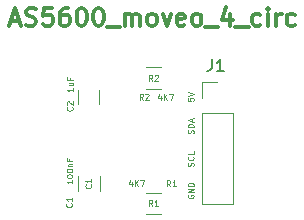
<source format=gbr>
G04 #@! TF.GenerationSoftware,KiCad,Pcbnew,5.0.2-bee76a0~70~ubuntu18.04.1*
G04 #@! TF.CreationDate,2018-11-28T18:49:55+01:00*
G04 #@! TF.ProjectId,AS5600_moveo_4_circ,41533536-3030-45f6-9d6f-76656f5f345f,rev?*
G04 #@! TF.SameCoordinates,Original*
G04 #@! TF.FileFunction,Legend,Top*
G04 #@! TF.FilePolarity,Positive*
%FSLAX46Y46*%
G04 Gerber Fmt 4.6, Leading zero omitted, Abs format (unit mm)*
G04 Created by KiCad (PCBNEW 5.0.2-bee76a0~70~ubuntu18.04.1) date mié 28 nov 2018 18:49:55 CET*
%MOMM*%
%LPD*%
G01*
G04 APERTURE LIST*
%ADD10C,0.300000*%
%ADD11C,0.100000*%
%ADD12C,0.120000*%
%ADD13C,0.150000*%
G04 APERTURE END LIST*
D10*
X135779585Y-74341800D02*
X136493871Y-74341800D01*
X135636728Y-74770371D02*
X136136728Y-73270371D01*
X136636728Y-74770371D01*
X137065300Y-74698942D02*
X137279585Y-74770371D01*
X137636728Y-74770371D01*
X137779585Y-74698942D01*
X137851014Y-74627514D01*
X137922442Y-74484657D01*
X137922442Y-74341800D01*
X137851014Y-74198942D01*
X137779585Y-74127514D01*
X137636728Y-74056085D01*
X137351014Y-73984657D01*
X137208157Y-73913228D01*
X137136728Y-73841800D01*
X137065300Y-73698942D01*
X137065300Y-73556085D01*
X137136728Y-73413228D01*
X137208157Y-73341800D01*
X137351014Y-73270371D01*
X137708157Y-73270371D01*
X137922442Y-73341800D01*
X139279585Y-73270371D02*
X138565300Y-73270371D01*
X138493871Y-73984657D01*
X138565300Y-73913228D01*
X138708157Y-73841800D01*
X139065300Y-73841800D01*
X139208157Y-73913228D01*
X139279585Y-73984657D01*
X139351014Y-74127514D01*
X139351014Y-74484657D01*
X139279585Y-74627514D01*
X139208157Y-74698942D01*
X139065300Y-74770371D01*
X138708157Y-74770371D01*
X138565300Y-74698942D01*
X138493871Y-74627514D01*
X140636728Y-73270371D02*
X140351014Y-73270371D01*
X140208157Y-73341800D01*
X140136728Y-73413228D01*
X139993871Y-73627514D01*
X139922442Y-73913228D01*
X139922442Y-74484657D01*
X139993871Y-74627514D01*
X140065300Y-74698942D01*
X140208157Y-74770371D01*
X140493871Y-74770371D01*
X140636728Y-74698942D01*
X140708157Y-74627514D01*
X140779585Y-74484657D01*
X140779585Y-74127514D01*
X140708157Y-73984657D01*
X140636728Y-73913228D01*
X140493871Y-73841800D01*
X140208157Y-73841800D01*
X140065300Y-73913228D01*
X139993871Y-73984657D01*
X139922442Y-74127514D01*
X141708157Y-73270371D02*
X141851014Y-73270371D01*
X141993871Y-73341800D01*
X142065300Y-73413228D01*
X142136728Y-73556085D01*
X142208157Y-73841800D01*
X142208157Y-74198942D01*
X142136728Y-74484657D01*
X142065300Y-74627514D01*
X141993871Y-74698942D01*
X141851014Y-74770371D01*
X141708157Y-74770371D01*
X141565300Y-74698942D01*
X141493871Y-74627514D01*
X141422442Y-74484657D01*
X141351014Y-74198942D01*
X141351014Y-73841800D01*
X141422442Y-73556085D01*
X141493871Y-73413228D01*
X141565300Y-73341800D01*
X141708157Y-73270371D01*
X143136728Y-73270371D02*
X143279585Y-73270371D01*
X143422442Y-73341800D01*
X143493871Y-73413228D01*
X143565300Y-73556085D01*
X143636728Y-73841800D01*
X143636728Y-74198942D01*
X143565300Y-74484657D01*
X143493871Y-74627514D01*
X143422442Y-74698942D01*
X143279585Y-74770371D01*
X143136728Y-74770371D01*
X142993871Y-74698942D01*
X142922442Y-74627514D01*
X142851014Y-74484657D01*
X142779585Y-74198942D01*
X142779585Y-73841800D01*
X142851014Y-73556085D01*
X142922442Y-73413228D01*
X142993871Y-73341800D01*
X143136728Y-73270371D01*
X143922442Y-74913228D02*
X145065300Y-74913228D01*
X145422442Y-74770371D02*
X145422442Y-73770371D01*
X145422442Y-73913228D02*
X145493871Y-73841800D01*
X145636728Y-73770371D01*
X145851014Y-73770371D01*
X145993871Y-73841800D01*
X146065300Y-73984657D01*
X146065300Y-74770371D01*
X146065300Y-73984657D02*
X146136728Y-73841800D01*
X146279585Y-73770371D01*
X146493871Y-73770371D01*
X146636728Y-73841800D01*
X146708157Y-73984657D01*
X146708157Y-74770371D01*
X147636728Y-74770371D02*
X147493871Y-74698942D01*
X147422442Y-74627514D01*
X147351014Y-74484657D01*
X147351014Y-74056085D01*
X147422442Y-73913228D01*
X147493871Y-73841800D01*
X147636728Y-73770371D01*
X147851014Y-73770371D01*
X147993871Y-73841800D01*
X148065300Y-73913228D01*
X148136728Y-74056085D01*
X148136728Y-74484657D01*
X148065300Y-74627514D01*
X147993871Y-74698942D01*
X147851014Y-74770371D01*
X147636728Y-74770371D01*
X148636728Y-73770371D02*
X148993871Y-74770371D01*
X149351014Y-73770371D01*
X150493871Y-74698942D02*
X150351014Y-74770371D01*
X150065300Y-74770371D01*
X149922442Y-74698942D01*
X149851014Y-74556085D01*
X149851014Y-73984657D01*
X149922442Y-73841800D01*
X150065300Y-73770371D01*
X150351014Y-73770371D01*
X150493871Y-73841800D01*
X150565300Y-73984657D01*
X150565300Y-74127514D01*
X149851014Y-74270371D01*
X151422442Y-74770371D02*
X151279585Y-74698942D01*
X151208157Y-74627514D01*
X151136728Y-74484657D01*
X151136728Y-74056085D01*
X151208157Y-73913228D01*
X151279585Y-73841800D01*
X151422442Y-73770371D01*
X151636728Y-73770371D01*
X151779585Y-73841800D01*
X151851014Y-73913228D01*
X151922442Y-74056085D01*
X151922442Y-74484657D01*
X151851014Y-74627514D01*
X151779585Y-74698942D01*
X151636728Y-74770371D01*
X151422442Y-74770371D01*
X152208157Y-74913228D02*
X153351014Y-74913228D01*
X154351014Y-73770371D02*
X154351014Y-74770371D01*
X153993871Y-73198942D02*
X153636728Y-74270371D01*
X154565300Y-74270371D01*
X154779585Y-74913228D02*
X155922442Y-74913228D01*
X156922442Y-74698942D02*
X156779585Y-74770371D01*
X156493871Y-74770371D01*
X156351014Y-74698942D01*
X156279585Y-74627514D01*
X156208157Y-74484657D01*
X156208157Y-74056085D01*
X156279585Y-73913228D01*
X156351014Y-73841800D01*
X156493871Y-73770371D01*
X156779585Y-73770371D01*
X156922442Y-73841800D01*
X157565300Y-74770371D02*
X157565300Y-73770371D01*
X157565300Y-73270371D02*
X157493871Y-73341800D01*
X157565300Y-73413228D01*
X157636728Y-73341800D01*
X157565300Y-73270371D01*
X157565300Y-73413228D01*
X158279585Y-74770371D02*
X158279585Y-73770371D01*
X158279585Y-74056085D02*
X158351014Y-73913228D01*
X158422442Y-73841800D01*
X158565300Y-73770371D01*
X158708157Y-73770371D01*
X159851014Y-74698942D02*
X159708157Y-74770371D01*
X159422442Y-74770371D01*
X159279585Y-74698942D01*
X159208157Y-74627514D01*
X159136728Y-74484657D01*
X159136728Y-74056085D01*
X159208157Y-73913228D01*
X159279585Y-73841800D01*
X159422442Y-73770371D01*
X159708157Y-73770371D01*
X159851014Y-73841800D01*
D11*
X151256180Y-83893742D02*
X151279990Y-83822314D01*
X151279990Y-83703266D01*
X151256180Y-83655647D01*
X151232371Y-83631838D01*
X151184752Y-83608028D01*
X151137133Y-83608028D01*
X151089514Y-83631838D01*
X151065704Y-83655647D01*
X151041895Y-83703266D01*
X151018085Y-83798504D01*
X150994276Y-83846123D01*
X150970466Y-83869933D01*
X150922847Y-83893742D01*
X150875228Y-83893742D01*
X150827609Y-83869933D01*
X150803800Y-83846123D01*
X150779990Y-83798504D01*
X150779990Y-83679457D01*
X150803800Y-83608028D01*
X151279990Y-83393742D02*
X150779990Y-83393742D01*
X150779990Y-83274695D01*
X150803800Y-83203266D01*
X150851419Y-83155647D01*
X150899038Y-83131838D01*
X150994276Y-83108028D01*
X151065704Y-83108028D01*
X151160942Y-83131838D01*
X151208561Y-83155647D01*
X151256180Y-83203266D01*
X151279990Y-83274695D01*
X151279990Y-83393742D01*
X151137133Y-82917552D02*
X151137133Y-82679457D01*
X151279990Y-82965171D02*
X150779990Y-82798504D01*
X151279990Y-82631838D01*
X151256180Y-86650438D02*
X151279990Y-86579009D01*
X151279990Y-86459961D01*
X151256180Y-86412342D01*
X151232371Y-86388533D01*
X151184752Y-86364723D01*
X151137133Y-86364723D01*
X151089514Y-86388533D01*
X151065704Y-86412342D01*
X151041895Y-86459961D01*
X151018085Y-86555200D01*
X150994276Y-86602819D01*
X150970466Y-86626628D01*
X150922847Y-86650438D01*
X150875228Y-86650438D01*
X150827609Y-86626628D01*
X150803800Y-86602819D01*
X150779990Y-86555200D01*
X150779990Y-86436152D01*
X150803800Y-86364723D01*
X151232371Y-85864723D02*
X151256180Y-85888533D01*
X151279990Y-85959961D01*
X151279990Y-86007580D01*
X151256180Y-86079009D01*
X151208561Y-86126628D01*
X151160942Y-86150438D01*
X151065704Y-86174247D01*
X150994276Y-86174247D01*
X150899038Y-86150438D01*
X150851419Y-86126628D01*
X150803800Y-86079009D01*
X150779990Y-86007580D01*
X150779990Y-85959961D01*
X150803800Y-85888533D01*
X150827609Y-85864723D01*
X151279990Y-85412342D02*
X151279990Y-85650438D01*
X150779990Y-85650438D01*
X150803800Y-89103152D02*
X150779990Y-89150771D01*
X150779990Y-89222200D01*
X150803800Y-89293628D01*
X150851419Y-89341247D01*
X150899038Y-89365057D01*
X150994276Y-89388866D01*
X151065704Y-89388866D01*
X151160942Y-89365057D01*
X151208561Y-89341247D01*
X151256180Y-89293628D01*
X151279990Y-89222200D01*
X151279990Y-89174580D01*
X151256180Y-89103152D01*
X151232371Y-89079342D01*
X151065704Y-89079342D01*
X151065704Y-89174580D01*
X151279990Y-88865057D02*
X150779990Y-88865057D01*
X151279990Y-88579342D01*
X150779990Y-88579342D01*
X151279990Y-88341247D02*
X150779990Y-88341247D01*
X150779990Y-88222200D01*
X150803800Y-88150771D01*
X150851419Y-88103152D01*
X150899038Y-88079342D01*
X150994276Y-88055533D01*
X151065704Y-88055533D01*
X151160942Y-88079342D01*
X151208561Y-88103152D01*
X151256180Y-88150771D01*
X151279990Y-88222200D01*
X151279990Y-88341247D01*
X150779990Y-80892638D02*
X150779990Y-81130733D01*
X151018085Y-81154542D01*
X150994276Y-81130733D01*
X150970466Y-81083114D01*
X150970466Y-80964066D01*
X150994276Y-80916447D01*
X151018085Y-80892638D01*
X151065704Y-80868828D01*
X151184752Y-80868828D01*
X151232371Y-80892638D01*
X151256180Y-80916447D01*
X151279990Y-80964066D01*
X151279990Y-81083114D01*
X151256180Y-81130733D01*
X151232371Y-81154542D01*
X150779990Y-80725971D02*
X151279990Y-80559304D01*
X150779990Y-80392638D01*
D12*
G04 #@! TO.C,C1*
X141507800Y-87539036D02*
X141507800Y-88743164D01*
X143327800Y-87539036D02*
X143327800Y-88743164D01*
G04 #@! TO.C,C2*
X143289700Y-81439164D02*
X143289700Y-80235036D01*
X141469700Y-81439164D02*
X141469700Y-80235036D01*
G04 #@! TO.C,J1*
X151946300Y-89836300D02*
X154606300Y-89836300D01*
X151946300Y-82156300D02*
X151946300Y-89836300D01*
X154606300Y-82156300D02*
X154606300Y-89836300D01*
X151946300Y-82156300D02*
X154606300Y-82156300D01*
X151946300Y-80886300D02*
X151946300Y-79556300D01*
X151946300Y-79556300D02*
X153276300Y-79556300D01*
G04 #@! TO.C,R1*
X147264036Y-90724400D02*
X148468164Y-90724400D01*
X147264036Y-88904400D02*
X148468164Y-88904400D01*
G04 #@! TO.C,R2*
X148468164Y-78312600D02*
X147264036Y-78312600D01*
X148468164Y-80132600D02*
X147264036Y-80132600D01*
G04 #@! TO.C,C1*
D11*
X142558271Y-88221333D02*
X142582080Y-88245142D01*
X142605890Y-88316571D01*
X142605890Y-88364190D01*
X142582080Y-88435619D01*
X142534461Y-88483238D01*
X142486842Y-88507047D01*
X142391604Y-88530857D01*
X142320176Y-88530857D01*
X142224938Y-88507047D01*
X142177319Y-88483238D01*
X142129700Y-88435619D01*
X142105890Y-88364190D01*
X142105890Y-88316571D01*
X142129700Y-88245142D01*
X142153509Y-88221333D01*
X142605890Y-87745142D02*
X142605890Y-88030857D01*
X142605890Y-87888000D02*
X142105890Y-87888000D01*
X142177319Y-87935619D01*
X142224938Y-87983238D01*
X142248747Y-88030857D01*
X141005690Y-87845009D02*
X141005690Y-88130723D01*
X141005690Y-87987866D02*
X140505690Y-87987866D01*
X140577119Y-88035485D01*
X140624738Y-88083104D01*
X140648547Y-88130723D01*
X140505690Y-87535485D02*
X140505690Y-87487866D01*
X140529500Y-87440247D01*
X140553309Y-87416438D01*
X140600928Y-87392628D01*
X140696166Y-87368819D01*
X140815214Y-87368819D01*
X140910452Y-87392628D01*
X140958071Y-87416438D01*
X140981880Y-87440247D01*
X141005690Y-87487866D01*
X141005690Y-87535485D01*
X140981880Y-87583104D01*
X140958071Y-87606914D01*
X140910452Y-87630723D01*
X140815214Y-87654533D01*
X140696166Y-87654533D01*
X140600928Y-87630723D01*
X140553309Y-87606914D01*
X140529500Y-87583104D01*
X140505690Y-87535485D01*
X140505690Y-87059295D02*
X140505690Y-87011676D01*
X140529500Y-86964057D01*
X140553309Y-86940247D01*
X140600928Y-86916438D01*
X140696166Y-86892628D01*
X140815214Y-86892628D01*
X140910452Y-86916438D01*
X140958071Y-86940247D01*
X140981880Y-86964057D01*
X141005690Y-87011676D01*
X141005690Y-87059295D01*
X140981880Y-87106914D01*
X140958071Y-87130723D01*
X140910452Y-87154533D01*
X140815214Y-87178342D01*
X140696166Y-87178342D01*
X140600928Y-87154533D01*
X140553309Y-87130723D01*
X140529500Y-87106914D01*
X140505690Y-87059295D01*
X140672357Y-86678342D02*
X141005690Y-86678342D01*
X140719976Y-86678342D02*
X140696166Y-86654533D01*
X140672357Y-86606914D01*
X140672357Y-86535485D01*
X140696166Y-86487866D01*
X140743785Y-86464057D01*
X141005690Y-86464057D01*
X140743785Y-86059295D02*
X140743785Y-86225961D01*
X141005690Y-86225961D02*
X140505690Y-86225961D01*
X140505690Y-85987866D01*
X140919971Y-89808833D02*
X140943780Y-89832642D01*
X140967590Y-89904071D01*
X140967590Y-89951690D01*
X140943780Y-90023119D01*
X140896161Y-90070738D01*
X140848542Y-90094547D01*
X140753304Y-90118357D01*
X140681876Y-90118357D01*
X140586638Y-90094547D01*
X140539019Y-90070738D01*
X140491400Y-90023119D01*
X140467590Y-89951690D01*
X140467590Y-89904071D01*
X140491400Y-89832642D01*
X140515209Y-89808833D01*
X140967590Y-89332642D02*
X140967590Y-89618357D01*
X140967590Y-89475500D02*
X140467590Y-89475500D01*
X140539019Y-89523119D01*
X140586638Y-89570738D01*
X140610447Y-89618357D01*
G04 #@! TO.C,C2*
X140983471Y-81667433D02*
X141007280Y-81691242D01*
X141031090Y-81762671D01*
X141031090Y-81810290D01*
X141007280Y-81881719D01*
X140959661Y-81929338D01*
X140912042Y-81953147D01*
X140816804Y-81976957D01*
X140745376Y-81976957D01*
X140650138Y-81953147D01*
X140602519Y-81929338D01*
X140554900Y-81881719D01*
X140531090Y-81810290D01*
X140531090Y-81762671D01*
X140554900Y-81691242D01*
X140578709Y-81667433D01*
X140578709Y-81476957D02*
X140554900Y-81453147D01*
X140531090Y-81405528D01*
X140531090Y-81286480D01*
X140554900Y-81238861D01*
X140578709Y-81215052D01*
X140626328Y-81191242D01*
X140673947Y-81191242D01*
X140745376Y-81215052D01*
X141031090Y-81500766D01*
X141031090Y-81191242D01*
X141043790Y-80040219D02*
X141043790Y-80325933D01*
X141043790Y-80183076D02*
X140543790Y-80183076D01*
X140615219Y-80230695D01*
X140662838Y-80278314D01*
X140686647Y-80325933D01*
X140710457Y-79611647D02*
X141043790Y-79611647D01*
X140710457Y-79825933D02*
X140972361Y-79825933D01*
X141019980Y-79802123D01*
X141043790Y-79754504D01*
X141043790Y-79683076D01*
X141019980Y-79635457D01*
X140996171Y-79611647D01*
X140781885Y-79206885D02*
X140781885Y-79373552D01*
X141043790Y-79373552D02*
X140543790Y-79373552D01*
X140543790Y-79135457D01*
G04 #@! TO.C,J1*
D13*
X152803266Y-77608180D02*
X152803266Y-78322466D01*
X152755647Y-78465323D01*
X152660409Y-78560561D01*
X152517552Y-78608180D01*
X152422314Y-78608180D01*
X153803266Y-78608180D02*
X153231838Y-78608180D01*
X153517552Y-78608180D02*
X153517552Y-77608180D01*
X153422314Y-77751038D01*
X153327076Y-77846276D01*
X153231838Y-77893895D01*
G04 #@! TO.C,R1*
D11*
X149294066Y-88376890D02*
X149127400Y-88138795D01*
X149008352Y-88376890D02*
X149008352Y-87876890D01*
X149198828Y-87876890D01*
X149246447Y-87900700D01*
X149270257Y-87924509D01*
X149294066Y-87972128D01*
X149294066Y-88043557D01*
X149270257Y-88091176D01*
X149246447Y-88114985D01*
X149198828Y-88138795D01*
X149008352Y-88138795D01*
X149770257Y-88376890D02*
X149484542Y-88376890D01*
X149627400Y-88376890D02*
X149627400Y-87876890D01*
X149579780Y-87948319D01*
X149532161Y-87995938D01*
X149484542Y-88019747D01*
X146038142Y-88043557D02*
X146038142Y-88376890D01*
X145919095Y-87853080D02*
X145800047Y-88210223D01*
X146109571Y-88210223D01*
X146300047Y-88376890D02*
X146300047Y-87876890D01*
X146585761Y-88376890D02*
X146371476Y-88091176D01*
X146585761Y-87876890D02*
X146300047Y-88162604D01*
X146752428Y-87876890D02*
X147085761Y-87876890D01*
X146871476Y-88376890D01*
X147782766Y-90040590D02*
X147616100Y-89802495D01*
X147497052Y-90040590D02*
X147497052Y-89540590D01*
X147687528Y-89540590D01*
X147735147Y-89564400D01*
X147758957Y-89588209D01*
X147782766Y-89635828D01*
X147782766Y-89707257D01*
X147758957Y-89754876D01*
X147735147Y-89778685D01*
X147687528Y-89802495D01*
X147497052Y-89802495D01*
X148258957Y-90040590D02*
X147973242Y-90040590D01*
X148116100Y-90040590D02*
X148116100Y-89540590D01*
X148068480Y-89612019D01*
X148020861Y-89659638D01*
X147973242Y-89683447D01*
G04 #@! TO.C,R2*
X146984966Y-81036290D02*
X146818300Y-80798195D01*
X146699252Y-81036290D02*
X146699252Y-80536290D01*
X146889728Y-80536290D01*
X146937347Y-80560100D01*
X146961157Y-80583909D01*
X146984966Y-80631528D01*
X146984966Y-80702957D01*
X146961157Y-80750576D01*
X146937347Y-80774385D01*
X146889728Y-80798195D01*
X146699252Y-80798195D01*
X147175442Y-80583909D02*
X147199252Y-80560100D01*
X147246871Y-80536290D01*
X147365919Y-80536290D01*
X147413538Y-80560100D01*
X147437347Y-80583909D01*
X147461157Y-80631528D01*
X147461157Y-80679147D01*
X147437347Y-80750576D01*
X147151633Y-81036290D01*
X147461157Y-81036290D01*
X148478842Y-80728357D02*
X148478842Y-81061690D01*
X148359795Y-80537880D02*
X148240747Y-80895023D01*
X148550271Y-80895023D01*
X148740747Y-81061690D02*
X148740747Y-80561690D01*
X149026461Y-81061690D02*
X148812176Y-80775976D01*
X149026461Y-80561690D02*
X148740747Y-80847404D01*
X149193128Y-80561690D02*
X149526461Y-80561690D01*
X149312176Y-81061690D01*
X147782766Y-79448790D02*
X147616100Y-79210695D01*
X147497052Y-79448790D02*
X147497052Y-78948790D01*
X147687528Y-78948790D01*
X147735147Y-78972600D01*
X147758957Y-78996409D01*
X147782766Y-79044028D01*
X147782766Y-79115457D01*
X147758957Y-79163076D01*
X147735147Y-79186885D01*
X147687528Y-79210695D01*
X147497052Y-79210695D01*
X147973242Y-78996409D02*
X147997052Y-78972600D01*
X148044671Y-78948790D01*
X148163719Y-78948790D01*
X148211338Y-78972600D01*
X148235147Y-78996409D01*
X148258957Y-79044028D01*
X148258957Y-79091647D01*
X148235147Y-79163076D01*
X147949433Y-79448790D01*
X148258957Y-79448790D01*
G04 #@! TD*
M02*

</source>
